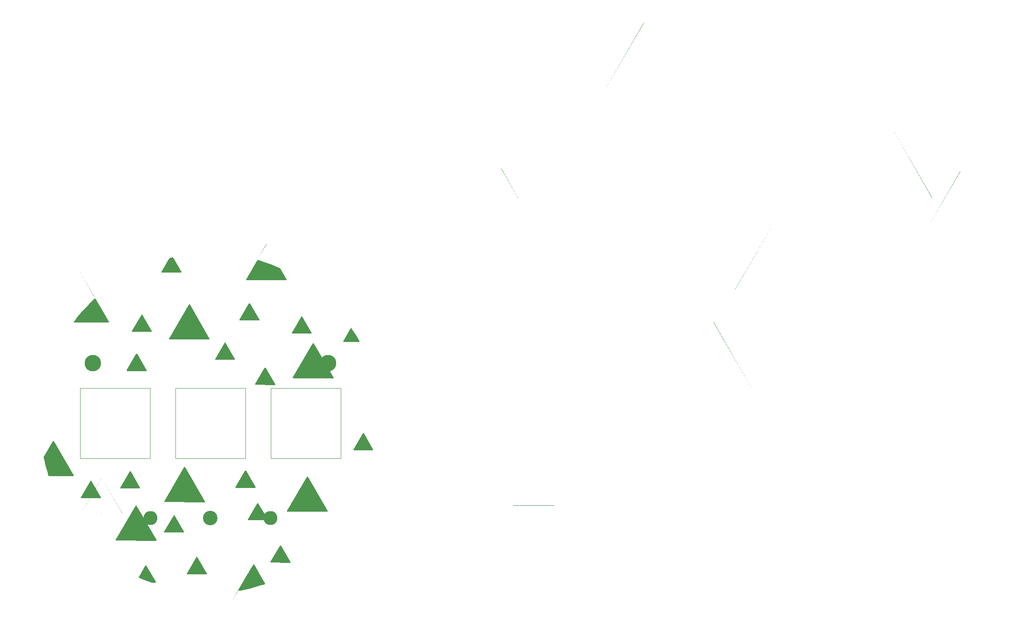
<source format=gbr>
%TF.GenerationSoftware,KiCad,Pcbnew,(7.0.0-0)*%
%TF.CreationDate,2023-04-23T04:49:58-05:00*%
%TF.ProjectId,RP2040_minimal,52503230-3430-45f6-9d69-6e696d616c2e,REV1*%
%TF.SameCoordinates,Original*%
%TF.FileFunction,Soldermask,Top*%
%TF.FilePolarity,Negative*%
%FSLAX46Y46*%
G04 Gerber Fmt 4.6, Leading zero omitted, Abs format (unit mm)*
G04 Created by KiCad (PCBNEW (7.0.0-0)) date 2023-04-23 04:49:58*
%MOMM*%
%LPD*%
G01*
G04 APERTURE LIST*
%TA.AperFunction,Profile*%
%ADD10C,0.120000*%
%TD*%
%ADD11C,2.802000*%
%ADD12C,2.902000*%
%ADD13C,3.302000*%
G04 APERTURE END LIST*
D10*
%TO.C,REF\u002A\u002A*%
X-26050000Y7000000D02*
X-12050000Y7000000D01*
X-12050000Y7000000D02*
X-12050000Y-7000000D01*
X-12050000Y-7000000D02*
X-26050000Y-7000000D01*
X-26050000Y-7000000D02*
X-26050000Y7000000D01*
X-7000000Y7000000D02*
X7000000Y7000000D01*
X7000000Y7000000D02*
X7000000Y-7000000D01*
X7000000Y-7000000D02*
X-7000000Y-7000000D01*
X-7000000Y-7000000D02*
X-7000000Y7000000D01*
X12050000Y7000000D02*
X26050000Y7000000D01*
X26050000Y7000000D02*
X26050000Y-7000000D01*
X26050000Y-7000000D02*
X12050000Y-7000000D01*
X12050000Y-7000000D02*
X12050000Y7000000D01*
%TD*%
D11*
%TO.C,REF\u002A\u002A*%
X-12000000Y-19000000D03*
%TD*%
%TO.C,REF\u002A\u002A*%
X12000000Y-19000000D03*
%TD*%
D12*
%TO.C,REF\u002A\u002A*%
X0Y-19000000D03*
%TD*%
D13*
%TO.C,H2*%
X23500000Y12000000D03*
%TD*%
%TO.C,H1*%
X-23500000Y12000000D03*
%TD*%
G36*
X-2623567Y-26780618D02*
G01*
X-2578279Y-26826103D01*
X-726984Y-30048767D01*
X-710505Y-30110803D01*
X-727253Y-30172767D01*
X-772738Y-30218055D01*
X-834774Y-30234534D01*
X-4551330Y-30226470D01*
X-4613294Y-30209722D01*
X-4658582Y-30164237D01*
X-4675061Y-30102201D01*
X-4658313Y-30040237D01*
X-2793052Y-26825637D01*
X-2747567Y-26780349D01*
X-2685531Y-26763870D01*
X-2623567Y-26780618D01*
G37*
G36*
X7886695Y23984254D02*
G01*
X7931983Y23938769D01*
X9783278Y20716105D01*
X9799757Y20654069D01*
X9783009Y20592105D01*
X9737524Y20546817D01*
X9675488Y20530338D01*
X5958932Y20538402D01*
X5896968Y20555150D01*
X5851680Y20600635D01*
X5835201Y20662671D01*
X5851949Y20724635D01*
X7717210Y23939235D01*
X7762695Y23984523D01*
X7824731Y24001002D01*
X7886695Y23984254D01*
G37*
G36*
X7096665Y-9471012D02*
G01*
X7141953Y-9516497D01*
X8993248Y-12739161D01*
X9009727Y-12801197D01*
X8992979Y-12863161D01*
X8947494Y-12908449D01*
X8885458Y-12924928D01*
X5168902Y-12916864D01*
X5106938Y-12900116D01*
X5061650Y-12854631D01*
X5045171Y-12792595D01*
X5061919Y-12730631D01*
X6927180Y-9516031D01*
X6972665Y-9470743D01*
X7034701Y-9454264D01*
X7096665Y-9471012D01*
G37*
G36*
X-14628567Y13879382D02*
G01*
X-14583279Y13833897D01*
X-12731984Y10611233D01*
X-12715505Y10549197D01*
X-12732253Y10487233D01*
X-12777738Y10441945D01*
X-12839774Y10425466D01*
X-16556330Y10433530D01*
X-16618294Y10450278D01*
X-16663582Y10495763D01*
X-16680061Y10557799D01*
X-16663313Y10619763D01*
X-14798052Y13834363D01*
X-14752567Y13879651D01*
X-14690531Y13896130D01*
X-14628567Y13879382D01*
G37*
G36*
X9531695Y-15980746D02*
G01*
X9576983Y-16026231D01*
X11428278Y-19248895D01*
X11444757Y-19310931D01*
X11428009Y-19372895D01*
X11382524Y-19418183D01*
X11320488Y-19434662D01*
X7603932Y-19426598D01*
X7541968Y-19409850D01*
X7496680Y-19364365D01*
X7480201Y-19302329D01*
X7496949Y-19240365D01*
X9362210Y-16025765D01*
X9407695Y-15980477D01*
X9469731Y-15963998D01*
X9531695Y-15980746D01*
G37*
G36*
X28192490Y18970511D02*
G01*
X28239034Y18929847D01*
X28369700Y18739201D01*
X28372046Y18735648D01*
X28996243Y17754306D01*
X28998466Y17750675D01*
X29588609Y16748483D01*
X29590706Y16744778D01*
X29761701Y16430166D01*
X29776729Y16368490D01*
X29759264Y16307459D01*
X29713885Y16263068D01*
X29652484Y16246952D01*
X26696092Y16253366D01*
X26634128Y16270114D01*
X26588840Y16315599D01*
X26572361Y16377635D01*
X26589109Y16439599D01*
X28029500Y18921977D01*
X28072863Y18966018D01*
X28132098Y18983657D01*
X28192490Y18970511D01*
G37*
G36*
X10992536Y11104382D02*
G01*
X11037824Y11058897D01*
X12889119Y7836233D01*
X12905598Y7774197D01*
X12888850Y7712233D01*
X12843365Y7666945D01*
X12781329Y7650466D01*
X9064773Y7658530D01*
X9002809Y7675278D01*
X8957521Y7720763D01*
X8941042Y7782799D01*
X8957790Y7844763D01*
X10823051Y11059363D01*
X10868536Y11104651D01*
X10930572Y11121130D01*
X10992536Y11104382D01*
G37*
G36*
X-23803567Y-11545618D02*
G01*
X-23758279Y-11591103D01*
X-21906984Y-14813767D01*
X-21890505Y-14875803D01*
X-21907253Y-14937767D01*
X-21952738Y-14983055D01*
X-22014774Y-14999534D01*
X-25731330Y-14991470D01*
X-25793294Y-14974722D01*
X-25838582Y-14929237D01*
X-25855061Y-14867201D01*
X-25838313Y-14805237D01*
X-23973052Y-11590637D01*
X-23927567Y-11545349D01*
X-23865531Y-11528870D01*
X-23803567Y-11545618D01*
G37*
G36*
X-31268830Y-3550492D02*
G01*
X-31223542Y-3595977D01*
X-27306984Y-10413767D01*
X-27290505Y-10475803D01*
X-27307253Y-10537767D01*
X-27352738Y-10583055D01*
X-27414774Y-10599534D01*
X-32214475Y-10589120D01*
X-32264999Y-10578240D01*
X-32306700Y-10547708D01*
X-32332333Y-10502830D01*
X-32561679Y-9784403D01*
X-32562904Y-9780326D01*
X-32878368Y-8660860D01*
X-32879452Y-8656743D01*
X-33156295Y-7527125D01*
X-33157237Y-7522974D01*
X-33295791Y-6859947D01*
X-33296832Y-6814841D01*
X-33281665Y-6772349D01*
X-31438315Y-3595511D01*
X-31392830Y-3550223D01*
X-31330794Y-3533744D01*
X-31268830Y-3550492D01*
G37*
G36*
X18321433Y21404382D02*
G01*
X18366721Y21358897D01*
X20218016Y18136233D01*
X20234495Y18074197D01*
X20217747Y18012233D01*
X20172262Y17966945D01*
X20110226Y17950466D01*
X16393670Y17958530D01*
X16331706Y17975278D01*
X16286418Y18020763D01*
X16269939Y18082799D01*
X16286687Y18144763D01*
X18151948Y21359363D01*
X18197433Y21404651D01*
X18259469Y21421130D01*
X18321433Y21404382D01*
G37*
G36*
X-15943567Y-9615618D02*
G01*
X-15898279Y-9661103D01*
X-14046984Y-12883767D01*
X-14030505Y-12945803D01*
X-14047253Y-13007767D01*
X-14092738Y-13053055D01*
X-14154774Y-13069534D01*
X-17871330Y-13061470D01*
X-17933294Y-13044722D01*
X-17978582Y-12999237D01*
X-17995061Y-12937201D01*
X-17978313Y-12875237D01*
X-16113052Y-9660637D01*
X-16067567Y-9615349D01*
X-16005531Y-9598870D01*
X-15943567Y-9615618D01*
G37*
G36*
X19456363Y-10689204D02*
G01*
X19501651Y-10734689D01*
X23418208Y-17552479D01*
X23434687Y-17614515D01*
X23417939Y-17676479D01*
X23372454Y-17721767D01*
X23310418Y-17738246D01*
X15447759Y-17721187D01*
X15385795Y-17704439D01*
X15340507Y-17658954D01*
X15324028Y-17596918D01*
X15340776Y-17534954D01*
X19286878Y-10734223D01*
X19332363Y-10688935D01*
X19394399Y-10672456D01*
X19456363Y-10689204D01*
G37*
G36*
X-13587232Y21728704D02*
G01*
X-13541944Y21683219D01*
X-11690649Y18460555D01*
X-11674170Y18398519D01*
X-11690918Y18336555D01*
X-11736403Y18291267D01*
X-11798439Y18274788D01*
X-15514995Y18282852D01*
X-15576959Y18299600D01*
X-15622247Y18345085D01*
X-15638726Y18407121D01*
X-15621978Y18469085D01*
X-13756717Y21683685D01*
X-13711232Y21728973D01*
X-13649196Y21745452D01*
X-13587232Y21728704D01*
G37*
G36*
X30626433Y-1985618D02*
G01*
X30671721Y-2031103D01*
X32523016Y-5253767D01*
X32539495Y-5315803D01*
X32522747Y-5377767D01*
X32477262Y-5423055D01*
X32415226Y-5439534D01*
X28698670Y-5431470D01*
X28636706Y-5414722D01*
X28591418Y-5369237D01*
X28574939Y-5307201D01*
X28591687Y-5245237D01*
X30456948Y-2030637D01*
X30502433Y-1985349D01*
X30564469Y-1968870D01*
X30626433Y-1985618D01*
G37*
G36*
X-4113305Y23784254D02*
G01*
X-4068017Y23738769D01*
X-151460Y16920979D01*
X-134981Y16858943D01*
X-151729Y16796979D01*
X-197214Y16751691D01*
X-259250Y16735212D01*
X-8121909Y16752271D01*
X-8183873Y16769019D01*
X-8229161Y16814504D01*
X-8245640Y16876540D01*
X-8228892Y16938504D01*
X-4282790Y23739235D01*
X-4237305Y23784523D01*
X-4175269Y23801002D01*
X-4113305Y23784254D01*
G37*
G36*
X-5068829Y-8750492D02*
G01*
X-5023541Y-8795977D01*
X-1106984Y-15613767D01*
X-1090505Y-15675803D01*
X-1107253Y-15737767D01*
X-1152738Y-15783055D01*
X-1214774Y-15799534D01*
X-9077433Y-15782475D01*
X-9139397Y-15765727D01*
X-9184685Y-15720242D01*
X-9201164Y-15658206D01*
X-9184416Y-15596242D01*
X-5238314Y-8795511D01*
X-5192829Y-8750223D01*
X-5130793Y-8733744D01*
X-5068829Y-8750492D01*
G37*
G36*
X-12818306Y-28440746D02*
G01*
X-12773018Y-28486231D01*
X-10921722Y-31708894D01*
X-10905243Y-31770930D01*
X-10921991Y-31832894D01*
X-10967476Y-31878182D01*
X-11029512Y-31894661D01*
X-11756792Y-31893083D01*
X-11801258Y-31884732D01*
X-12806773Y-31495778D01*
X-12810717Y-31494174D01*
X-13880387Y-31037596D01*
X-13884274Y-31035858D01*
X-14220262Y-30878598D01*
X-14271411Y-30834256D01*
X-14291650Y-30769659D01*
X-14274948Y-30704058D01*
X-12987791Y-28485765D01*
X-12942306Y-28440477D01*
X-12880270Y-28423998D01*
X-12818306Y-28440746D01*
G37*
G36*
X8712578Y-28298534D02*
G01*
X8757866Y-28344019D01*
X10886286Y-32049089D01*
X10902390Y-32101222D01*
X10894557Y-32155220D01*
X10864304Y-32200629D01*
X10817488Y-32228655D01*
X10063531Y-32476496D01*
X10059464Y-32477756D01*
X8942748Y-32802817D01*
X8938641Y-32803936D01*
X7811447Y-33090464D01*
X7807303Y-33091442D01*
X6670928Y-33339109D01*
X6666754Y-33339944D01*
X5787342Y-33500202D01*
X5718088Y-33492949D01*
X5663663Y-33449515D01*
X5641228Y-33383595D01*
X5657859Y-33315978D01*
X8543093Y-28343553D01*
X8588578Y-28298265D01*
X8650614Y-28281786D01*
X8712578Y-28298534D01*
G37*
G36*
X9494425Y32642233D02*
G01*
X10059464Y32477757D01*
X10063531Y32476497D01*
X11168425Y32113297D01*
X11172446Y32111898D01*
X12264216Y31710984D01*
X12268186Y31709448D01*
X13345530Y31271303D01*
X13349446Y31269632D01*
X13903211Y31021939D01*
X13935732Y31000735D01*
X13960102Y30970513D01*
X15225222Y28768243D01*
X15241701Y28706207D01*
X15224953Y28644243D01*
X15179468Y28598955D01*
X15117432Y28582476D01*
X7254773Y28599535D01*
X7192809Y28616283D01*
X7147521Y28661768D01*
X7131042Y28723804D01*
X7147790Y28785768D01*
X9352517Y32585407D01*
X9389522Y32625357D01*
X9440074Y32645600D01*
X9494425Y32642233D01*
G37*
G36*
X20623377Y16031518D02*
G01*
X20668665Y15986033D01*
X24585222Y9168243D01*
X24601701Y9106207D01*
X24584953Y9044243D01*
X24539468Y8998955D01*
X24477432Y8982476D01*
X16614773Y8999535D01*
X16552809Y9016283D01*
X16507521Y9061768D01*
X16491042Y9123804D01*
X16507790Y9185768D01*
X20453892Y15986499D01*
X20499377Y16031787D01*
X20561413Y16048266D01*
X20623377Y16031518D01*
G37*
G36*
X-14768113Y-16460293D02*
G01*
X-14722825Y-16505778D01*
X-10806268Y-23323568D01*
X-10789789Y-23385604D01*
X-10806537Y-23447568D01*
X-10852022Y-23492856D01*
X-10914058Y-23509335D01*
X-18776717Y-23492276D01*
X-18838681Y-23475528D01*
X-18883969Y-23430043D01*
X-18900448Y-23368007D01*
X-18883700Y-23306043D01*
X-14937598Y-16505312D01*
X-14892113Y-16460024D01*
X-14830077Y-16443545D01*
X-14768113Y-16460293D01*
G37*
G36*
X-7152883Y-18407939D02*
G01*
X-7107595Y-18453424D01*
X-5256300Y-21676088D01*
X-5239821Y-21738124D01*
X-5256569Y-21800088D01*
X-5302054Y-21845376D01*
X-5364090Y-21861855D01*
X-9080646Y-21853791D01*
X-9142610Y-21837043D01*
X-9187898Y-21791558D01*
X-9204377Y-21729522D01*
X-9187629Y-21667558D01*
X-7322368Y-18452958D01*
X-7276883Y-18407670D01*
X-7214847Y-18391191D01*
X-7152883Y-18407939D01*
G37*
G36*
X-7416577Y33134831D02*
G01*
X-7381339Y33095845D01*
X-5790881Y30327238D01*
X-5774402Y30265202D01*
X-5791150Y30203238D01*
X-5836635Y30157950D01*
X-5898671Y30141471D01*
X-9615227Y30149535D01*
X-9677191Y30166283D01*
X-9722479Y30211768D01*
X-9738958Y30273804D01*
X-9722210Y30335768D01*
X-8203602Y32952946D01*
X-8170242Y32990292D01*
X-8124831Y33011398D01*
X-7517341Y33154763D01*
X-7464798Y33155721D01*
X-7416577Y33134831D01*
G37*
G36*
X14076433Y-24455618D02*
G01*
X14121721Y-24501103D01*
X15973016Y-27723767D01*
X15989495Y-27785803D01*
X15972747Y-27847767D01*
X15927262Y-27893055D01*
X15865226Y-27909534D01*
X12148670Y-27901470D01*
X12086706Y-27884722D01*
X12041418Y-27839237D01*
X12024939Y-27777201D01*
X12041687Y-27715237D01*
X13906948Y-24500637D01*
X13952433Y-24455349D01*
X14014469Y-24438870D01*
X14076433Y-24455618D01*
G37*
G36*
X2992174Y16132508D02*
G01*
X3037462Y16087023D01*
X4888757Y12864359D01*
X4905236Y12802323D01*
X4888488Y12740359D01*
X4843003Y12695071D01*
X4780967Y12678592D01*
X1064411Y12686656D01*
X1002447Y12703404D01*
X957159Y12748889D01*
X940680Y12810925D01*
X957428Y12872889D01*
X2822689Y16087489D01*
X2868174Y16132777D01*
X2930210Y16149256D01*
X2992174Y16132508D01*
G37*
G36*
X-22978498Y24921897D02*
G01*
X-22941027Y24881346D01*
X-20321198Y20320851D01*
X-20304719Y20258815D01*
X-20321467Y20196851D01*
X-20366952Y20151563D01*
X-20428988Y20135084D01*
X-27136131Y20149637D01*
X-27201457Y20168407D01*
X-27247075Y20218795D01*
X-27259278Y20285660D01*
X-27234400Y20348912D01*
X-26661365Y21099032D01*
X-26658723Y21102370D01*
X-25921368Y22001825D01*
X-25918612Y22005071D01*
X-25150825Y22878670D01*
X-25147960Y22881819D01*
X-24350641Y23728544D01*
X-24347670Y23731593D01*
X-23521741Y24550463D01*
X-23518667Y24553408D01*
X-23132778Y24910581D01*
X-23084924Y24938123D01*
X-23029859Y24942162D01*
X-22978498Y24921897D01*
G37*
G36*
X8651616Y-28153805D02*
G01*
X8652899Y-28154276D01*
X8660460Y-28160648D01*
X8660905Y-28161181D01*
X10840261Y-31954918D01*
X12783524Y-35337675D01*
X12783760Y-35338328D01*
X12785456Y-35348069D01*
X12785216Y-35349416D01*
X12784490Y-35350667D01*
X12783440Y-35351544D01*
X12774143Y-35354905D01*
X12773459Y-35355024D01*
X4497120Y-35337069D01*
X4496436Y-35336947D01*
X4487151Y-35333544D01*
X4486105Y-35332663D01*
X4485385Y-35331411D01*
X4485150Y-35330062D01*
X4485508Y-35328059D01*
X4492669Y-35328059D01*
X12777947Y-35346034D01*
X10831026Y-31956910D01*
X8650874Y-28161787D01*
X5524745Y-33549373D01*
X5524745Y-33549374D01*
X4492669Y-35328059D01*
X4485508Y-35328059D01*
X4486889Y-35320328D01*
X4487128Y-35319676D01*
X5516958Y-33544861D01*
X5516959Y-33544858D01*
X8640845Y-28161137D01*
X8641293Y-28160606D01*
X8648882Y-28154266D01*
X8650170Y-28153801D01*
X8651616Y-28153805D01*
G37*
G36*
X-12879267Y-28296017D02*
G01*
X-12877984Y-28296488D01*
X-12870423Y-28302860D01*
X-12869978Y-28303393D01*
X-10812621Y-31884761D01*
X-10812385Y-31885414D01*
X-10810689Y-31895155D01*
X-10810929Y-31896502D01*
X-10811655Y-31897753D01*
X-10812705Y-31898630D01*
X-10822002Y-31901991D01*
X-10822686Y-31902110D01*
X-11775675Y-31900042D01*
X-11776040Y-31900008D01*
X-11785831Y-31898170D01*
X-11786184Y-31898069D01*
X-12810955Y-31501666D01*
X-12810986Y-31501654D01*
X-12811822Y-31501314D01*
X-12811854Y-31501300D01*
X-13884725Y-31043355D01*
X-13884756Y-31043342D01*
X-13885593Y-31042968D01*
X-13885625Y-31042953D01*
X-14340212Y-30830182D01*
X-14340674Y-30829882D01*
X-14346920Y-30824468D01*
X-14347519Y-30823555D01*
X-14348045Y-30821876D01*
X-14348074Y-30820785D01*
X-14347952Y-30820305D01*
X-14340087Y-30820305D01*
X-13881527Y-31034935D01*
X-12808004Y-31493158D01*
X-11779424Y-31891034D01*
X-10818198Y-31893120D01*
X-12880009Y-28303999D01*
X-14340087Y-30820305D01*
X-14347952Y-30820305D01*
X-14346034Y-30812772D01*
X-14345826Y-30812261D01*
X-12890038Y-28303349D01*
X-12889590Y-28302818D01*
X-12882001Y-28296478D01*
X-12880713Y-28296013D01*
X-12879267Y-28296017D01*
G37*
G36*
X-2684529Y-26635889D02*
G01*
X-2683246Y-26636360D01*
X-2675685Y-26642732D01*
X-2675240Y-26643265D01*
X-617883Y-30224633D01*
X-617647Y-30225286D01*
X-615951Y-30235027D01*
X-616191Y-30236374D01*
X-616917Y-30237625D01*
X-617967Y-30238502D01*
X-627264Y-30241863D01*
X-627948Y-30241982D01*
X-4758184Y-30233022D01*
X-4758868Y-30232900D01*
X-4768153Y-30229497D01*
X-4769199Y-30228616D01*
X-4769919Y-30227364D01*
X-4770154Y-30226015D01*
X-4769796Y-30224012D01*
X-4762635Y-30224012D01*
X-623460Y-30232992D01*
X-2685271Y-26643871D01*
X-4762635Y-30224012D01*
X-4769796Y-30224012D01*
X-4768415Y-30216281D01*
X-4768176Y-30215629D01*
X-2695300Y-26643221D01*
X-2694852Y-26642690D01*
X-2687263Y-26636350D01*
X-2685975Y-26635885D01*
X-2684529Y-26635889D01*
G37*
G36*
X14015471Y-24310889D02*
G01*
X14016754Y-24311360D01*
X14024315Y-24317732D01*
X14024760Y-24318265D01*
X16082117Y-27899633D01*
X16082353Y-27900286D01*
X16084049Y-27910027D01*
X16083809Y-27911374D01*
X16083083Y-27912625D01*
X16082033Y-27913502D01*
X16072736Y-27916863D01*
X16072052Y-27916982D01*
X11941816Y-27908022D01*
X11941132Y-27907900D01*
X11931847Y-27904497D01*
X11930801Y-27903616D01*
X11930081Y-27902364D01*
X11929846Y-27901015D01*
X11930204Y-27899012D01*
X11937365Y-27899012D01*
X16076540Y-27907992D01*
X14014729Y-24318871D01*
X11937365Y-27899012D01*
X11930204Y-27899012D01*
X11931585Y-27891281D01*
X11931824Y-27890629D01*
X14004700Y-24318221D01*
X14005148Y-24317690D01*
X14012737Y-24311350D01*
X14014025Y-24310885D01*
X14015471Y-24310889D01*
G37*
G36*
X-14829075Y-16315564D02*
G01*
X-14827792Y-16316035D01*
X-14820231Y-16322407D01*
X-14819786Y-16322940D01*
X-13446205Y-18714016D01*
X-13427678Y-18731374D01*
X-13402923Y-18735364D01*
X-13380165Y-18724839D01*
X-13367131Y-18703316D01*
X-13365576Y-18702358D01*
X-13363891Y-18703063D01*
X-13363481Y-18704843D01*
X-13379913Y-18769735D01*
X-13385014Y-18831284D01*
X-13385809Y-18832720D01*
X-13387411Y-18833078D01*
X-13388741Y-18832115D01*
X-14829817Y-16323546D01*
X-18988022Y-23489818D01*
X-10702744Y-23507793D01*
X-12552281Y-20288192D01*
X-12552466Y-20286631D01*
X-12551465Y-20285419D01*
X-12549898Y-20285304D01*
X-12430046Y-20326449D01*
X-12428781Y-20327762D01*
X-12429106Y-20329555D01*
X-12430751Y-20330340D01*
X-12456442Y-20329625D01*
X-12477879Y-20343605D01*
X-12487542Y-20367304D01*
X-12481924Y-20392600D01*
X-10697167Y-23499434D01*
X-10696931Y-23500087D01*
X-10695235Y-23509828D01*
X-10695475Y-23511175D01*
X-10696201Y-23512426D01*
X-10697251Y-23513303D01*
X-10706548Y-23516664D01*
X-10707232Y-23516783D01*
X-18983571Y-23498828D01*
X-18984255Y-23498706D01*
X-18993540Y-23495303D01*
X-18994586Y-23494422D01*
X-18995306Y-23493170D01*
X-18995541Y-23491821D01*
X-18993802Y-23482087D01*
X-18993563Y-23481435D01*
X-14839846Y-16322896D01*
X-14839398Y-16322365D01*
X-14831809Y-16316025D01*
X-14830521Y-16315560D01*
X-14829075Y-16315564D01*
G37*
G36*
X-7213845Y-18263210D02*
G01*
X-7212562Y-18263681D01*
X-7205001Y-18270053D01*
X-7204556Y-18270586D01*
X-5147199Y-21851954D01*
X-5146963Y-21852607D01*
X-5145267Y-21862348D01*
X-5145507Y-21863695D01*
X-5146233Y-21864946D01*
X-5147283Y-21865823D01*
X-5156580Y-21869184D01*
X-5157264Y-21869303D01*
X-9287500Y-21860343D01*
X-9288184Y-21860221D01*
X-9297469Y-21856818D01*
X-9298515Y-21855937D01*
X-9299235Y-21854685D01*
X-9299470Y-21853336D01*
X-9299112Y-21851333D01*
X-9291951Y-21851333D01*
X-5152776Y-21860313D01*
X-7214587Y-18271192D01*
X-9291951Y-21851333D01*
X-9299112Y-21851333D01*
X-9297731Y-21843602D01*
X-9297492Y-21842950D01*
X-7224616Y-18270542D01*
X-7224168Y-18270011D01*
X-7216579Y-18263671D01*
X-7215291Y-18263206D01*
X-7213845Y-18263210D01*
G37*
G36*
X9470733Y-15836017D02*
G01*
X9472016Y-15836488D01*
X9479577Y-15842860D01*
X9480022Y-15843393D01*
X10807530Y-18154269D01*
X10829526Y-18173142D01*
X10858131Y-18173961D01*
X10881080Y-18156450D01*
X10882849Y-18156119D01*
X10884168Y-18157345D01*
X10883967Y-18159134D01*
X10841041Y-18224836D01*
X10839310Y-18225741D01*
X10837633Y-18224738D01*
X9469991Y-15843999D01*
X7392627Y-19424140D01*
X10669430Y-19431249D01*
X10670656Y-19431672D01*
X10671365Y-19432758D01*
X10676808Y-19454251D01*
X10681036Y-19463891D01*
X10680922Y-19465718D01*
X10679368Y-19466687D01*
X10677677Y-19465986D01*
X10661852Y-19447281D01*
X10638145Y-19440181D01*
X7397078Y-19433150D01*
X7396394Y-19433028D01*
X7387109Y-19429625D01*
X7386063Y-19428744D01*
X7385343Y-19427492D01*
X7385108Y-19426143D01*
X7386847Y-19416409D01*
X7387086Y-19415757D01*
X9459962Y-15843349D01*
X9460410Y-15842818D01*
X9467999Y-15836478D01*
X9469287Y-15836013D01*
X9470733Y-15836017D01*
G37*
G36*
X-21714525Y-10975861D02*
G01*
X-21713245Y-10976328D01*
X-21705689Y-10982655D01*
X-21705244Y-10983183D01*
X-17582682Y-18079732D01*
X-17582442Y-18080386D01*
X-17580703Y-18090137D01*
X-17580940Y-18091488D01*
X-17581659Y-18092734D01*
X-17582710Y-18093614D01*
X-17592021Y-18096988D01*
X-17592706Y-18097108D01*
X-25869006Y-18079153D01*
X-25869692Y-18079030D01*
X-25878990Y-18075614D01*
X-25880037Y-18074729D01*
X-25880749Y-18073482D01*
X-25880979Y-18072130D01*
X-25879198Y-18062386D01*
X-25878956Y-18061734D01*
X-24121641Y-15066948D01*
X-24116290Y-15037668D01*
X-24130869Y-15012146D01*
X-24158808Y-15001882D01*
X-25938184Y-14998022D01*
X-25938868Y-14997900D01*
X-25948153Y-14994497D01*
X-25949199Y-14993616D01*
X-25949919Y-14992364D01*
X-25950154Y-14991015D01*
X-25949796Y-14989012D01*
X-25942635Y-14989012D01*
X-24071345Y-14993072D01*
X-24070058Y-14993545D01*
X-24069378Y-14994735D01*
X-24069624Y-14996084D01*
X-25873457Y-18070143D01*
X-17588218Y-18088118D01*
X-21715271Y-10983838D01*
X-22923321Y-13042575D01*
X-22925055Y-13043563D01*
X-22926780Y-13042559D01*
X-23865271Y-11408871D01*
X-25942635Y-14989012D01*
X-25949796Y-14989012D01*
X-25948415Y-14981281D01*
X-25948176Y-14980629D01*
X-23875300Y-11408221D01*
X-23874852Y-11407690D01*
X-23867263Y-11401350D01*
X-23865975Y-11400885D01*
X-23864529Y-11400889D01*
X-23863246Y-11401360D01*
X-23855685Y-11407732D01*
X-23855240Y-11408265D01*
X-22962048Y-12963100D01*
X-22939404Y-12982216D01*
X-22910143Y-12982351D01*
X-22887323Y-12963445D01*
X-21725296Y-10983139D01*
X-21724848Y-10982612D01*
X-21717264Y-10976319D01*
X-21715983Y-10975858D01*
X-21714525Y-10975861D01*
G37*
G36*
X19395401Y-10544475D02*
G01*
X19396684Y-10544946D01*
X19404245Y-10551318D01*
X19404690Y-10551851D01*
X23527309Y-17728345D01*
X23527545Y-17728998D01*
X23529241Y-17738739D01*
X23529001Y-17740086D01*
X23528275Y-17741337D01*
X23527225Y-17742214D01*
X23517928Y-17745575D01*
X23517244Y-17745694D01*
X15240905Y-17727739D01*
X15240221Y-17727617D01*
X15230936Y-17724214D01*
X15229890Y-17723333D01*
X15229170Y-17722081D01*
X15228935Y-17720732D01*
X15229293Y-17718729D01*
X15236454Y-17718729D01*
X23521732Y-17736704D01*
X19394659Y-10552457D01*
X15236454Y-17718729D01*
X15229293Y-17718729D01*
X15230674Y-17710998D01*
X15230913Y-17710346D01*
X19384630Y-10551807D01*
X19385078Y-10551276D01*
X19392667Y-10544936D01*
X19393955Y-10544471D01*
X19395401Y-10544475D01*
G37*
G36*
X68830939Y-2130012D02*
G01*
X68832222Y-2130483D01*
X68839783Y-2136855D01*
X68840228Y-2137388D01*
X77093370Y-16504136D01*
X77093606Y-16504789D01*
X77095302Y-16514530D01*
X77095062Y-16515877D01*
X77094336Y-16517128D01*
X77093286Y-16518005D01*
X77083989Y-16521366D01*
X77083305Y-16521485D01*
X60514761Y-16485540D01*
X60514077Y-16485418D01*
X60504792Y-16482015D01*
X60503746Y-16481134D01*
X60503026Y-16479882D01*
X60502791Y-16478533D01*
X60503149Y-16476530D01*
X60510310Y-16476530D01*
X77087793Y-16512495D01*
X68830197Y-2137994D01*
X60510310Y-16476530D01*
X60503149Y-16476530D01*
X60504530Y-16468799D01*
X60504769Y-16468147D01*
X68820168Y-2137344D01*
X68820616Y-2136813D01*
X68828205Y-2130473D01*
X68829493Y-2130008D01*
X68830939Y-2130012D01*
G37*
G36*
X-5129791Y-8605763D02*
G01*
X-5128508Y-8606234D01*
X-5120947Y-8612606D01*
X-5120502Y-8613139D01*
X-997883Y-15789633D01*
X-997647Y-15790286D01*
X-995951Y-15800027D01*
X-996191Y-15801374D01*
X-996917Y-15802625D01*
X-997967Y-15803502D01*
X-1007264Y-15806863D01*
X-1007948Y-15806982D01*
X-9284287Y-15789027D01*
X-9284971Y-15788905D01*
X-9294256Y-15785502D01*
X-9295302Y-15784621D01*
X-9296022Y-15783369D01*
X-9296257Y-15782020D01*
X-9295899Y-15780017D01*
X-9288738Y-15780017D01*
X-1003460Y-15797992D01*
X-5130533Y-8613745D01*
X-9288738Y-15780017D01*
X-9295899Y-15780017D01*
X-9294518Y-15772286D01*
X-9294279Y-15771634D01*
X-5140562Y-8613095D01*
X-5140114Y-8612564D01*
X-5132525Y-8606224D01*
X-5131237Y-8605759D01*
X-5129791Y-8605763D01*
G37*
G36*
X-16004529Y-9470889D02*
G01*
X-16003246Y-9471360D01*
X-15995685Y-9477732D01*
X-15995240Y-9478265D01*
X-13937883Y-13059633D01*
X-13937647Y-13060286D01*
X-13935951Y-13070027D01*
X-13936191Y-13071374D01*
X-13936917Y-13072625D01*
X-13937967Y-13073502D01*
X-13947264Y-13076863D01*
X-13947948Y-13076982D01*
X-18078184Y-13068022D01*
X-18078868Y-13067900D01*
X-18088153Y-13064497D01*
X-18089199Y-13063616D01*
X-18089919Y-13062364D01*
X-18090154Y-13061015D01*
X-18089796Y-13059012D01*
X-18082635Y-13059012D01*
X-13943460Y-13067992D01*
X-16005271Y-9478871D01*
X-18082635Y-13059012D01*
X-18089796Y-13059012D01*
X-18088415Y-13051281D01*
X-18088176Y-13050629D01*
X-16015300Y-9478221D01*
X-16014852Y-9477690D01*
X-16007263Y-9471350D01*
X-16005975Y-9470885D01*
X-16004529Y-9470889D01*
G37*
G36*
X7035703Y-9326283D02*
G01*
X7036986Y-9326754D01*
X7044547Y-9333126D01*
X7044992Y-9333659D01*
X9102349Y-12915027D01*
X9102585Y-12915680D01*
X9104281Y-12925421D01*
X9104041Y-12926768D01*
X9103315Y-12928019D01*
X9102265Y-12928896D01*
X9092968Y-12932257D01*
X9092284Y-12932376D01*
X4962048Y-12923416D01*
X4961364Y-12923294D01*
X4952079Y-12919891D01*
X4951033Y-12919010D01*
X4950313Y-12917758D01*
X4950078Y-12916409D01*
X4950436Y-12914406D01*
X4957597Y-12914406D01*
X9096772Y-12923386D01*
X7034961Y-9334265D01*
X4957597Y-12914406D01*
X4950436Y-12914406D01*
X4951817Y-12906675D01*
X4952056Y-12906023D01*
X7024932Y-9333615D01*
X7025380Y-9333084D01*
X7032969Y-9326744D01*
X7034257Y-9326279D01*
X7035703Y-9326283D01*
G37*
G36*
X-31329791Y-3405763D02*
G01*
X-31328508Y-3406234D01*
X-31320947Y-3412606D01*
X-31320502Y-3413139D01*
X-27197883Y-10589633D01*
X-27197647Y-10590286D01*
X-27195951Y-10600027D01*
X-27196191Y-10601374D01*
X-27196917Y-10602625D01*
X-27197967Y-10603502D01*
X-27207264Y-10606863D01*
X-27207948Y-10606982D01*
X-35484287Y-10589027D01*
X-35484971Y-10588905D01*
X-35494256Y-10585502D01*
X-35495302Y-10584621D01*
X-35496022Y-10583369D01*
X-35496257Y-10582020D01*
X-35495899Y-10580017D01*
X-35488738Y-10580017D01*
X-27203460Y-10597992D01*
X-31330533Y-3413745D01*
X-33303779Y-6814448D01*
X-35488738Y-10580017D01*
X-35495899Y-10580017D01*
X-35494518Y-10572286D01*
X-35494279Y-10571634D01*
X-33311565Y-6809932D01*
X-33311564Y-6809929D01*
X-31340562Y-3413095D01*
X-31340114Y-3412564D01*
X-31332525Y-3406224D01*
X-31331237Y-3405759D01*
X-31329791Y-3405763D01*
G37*
G36*
X30565471Y-1840889D02*
G01*
X30566754Y-1841360D01*
X30574315Y-1847732D01*
X30574760Y-1848265D01*
X32632117Y-5429633D01*
X32632353Y-5430286D01*
X32634049Y-5440027D01*
X32633809Y-5441374D01*
X32633083Y-5442625D01*
X32632033Y-5443502D01*
X32622736Y-5446863D01*
X32622052Y-5446982D01*
X28491816Y-5438022D01*
X28491132Y-5437900D01*
X28481847Y-5434497D01*
X28480801Y-5433616D01*
X28480081Y-5432364D01*
X28479846Y-5431015D01*
X28480204Y-5429012D01*
X28487365Y-5429012D01*
X32626540Y-5437992D01*
X30564729Y-1848871D01*
X28487365Y-5429012D01*
X28480204Y-5429012D01*
X28481585Y-5421281D01*
X28481824Y-5420629D01*
X30554700Y-1848221D01*
X30555148Y-1847690D01*
X30562737Y-1841350D01*
X30564025Y-1840885D01*
X30565471Y-1840889D01*
G37*
G36*
X74149409Y18846851D02*
G01*
X74150692Y18846380D01*
X74158253Y18840008D01*
X74158698Y18839475D01*
X82411840Y4472727D01*
X82412076Y4472074D01*
X82413772Y4462333D01*
X82413532Y4460986D01*
X82412806Y4459735D01*
X82411756Y4458858D01*
X82402459Y4455497D01*
X82401775Y4455378D01*
X65833231Y4491323D01*
X65832547Y4491445D01*
X65823262Y4494848D01*
X65822216Y4495729D01*
X65821496Y4496981D01*
X65821261Y4498330D01*
X65821619Y4500333D01*
X65828780Y4500333D01*
X82406263Y4464368D01*
X74148667Y18838869D01*
X65828780Y4500333D01*
X65821619Y4500333D01*
X65823000Y4508064D01*
X65823239Y4508716D01*
X74138638Y18839519D01*
X74139086Y18840050D01*
X74146675Y18846390D01*
X74147963Y18846855D01*
X74149409Y18846851D01*
G37*
G36*
X100513083Y20204072D02*
G01*
X100514366Y20203601D01*
X100521927Y20197229D01*
X100522372Y20196696D01*
X108775514Y5829948D01*
X108775750Y5829295D01*
X108777446Y5819554D01*
X108777206Y5818207D01*
X108776480Y5816956D01*
X108775430Y5816079D01*
X108766133Y5812718D01*
X108765449Y5812599D01*
X92196905Y5848544D01*
X92196221Y5848666D01*
X92186936Y5852069D01*
X92185890Y5852950D01*
X92185170Y5854202D01*
X92184935Y5855551D01*
X92185293Y5857554D01*
X92192454Y5857554D01*
X108769937Y5821589D01*
X100512341Y20196090D01*
X92192454Y5857554D01*
X92185293Y5857554D01*
X92186674Y5865285D01*
X92186913Y5865937D01*
X100502312Y20196740D01*
X100502760Y20197271D01*
X100510349Y20203611D01*
X100511637Y20204076D01*
X100513083Y20204072D01*
G37*
G36*
X10931574Y11249111D02*
G01*
X10932857Y11248640D01*
X10940418Y11242268D01*
X10940863Y11241735D01*
X12998220Y7660367D01*
X12998456Y7659714D01*
X13000152Y7649973D01*
X12999912Y7648626D01*
X12999186Y7647375D01*
X12998136Y7646498D01*
X12988839Y7643137D01*
X12988155Y7643018D01*
X8857919Y7651978D01*
X8857235Y7652100D01*
X8847950Y7655503D01*
X8846904Y7656384D01*
X8846184Y7657636D01*
X8845949Y7658985D01*
X8846307Y7660988D01*
X8853468Y7660988D01*
X12992643Y7652008D01*
X10930832Y11241129D01*
X8853468Y7660988D01*
X8846307Y7660988D01*
X8847688Y7668719D01*
X8847927Y7669371D01*
X10920803Y11241779D01*
X10921251Y11242310D01*
X10928840Y11248650D01*
X10930128Y11249115D01*
X10931574Y11249111D01*
G37*
G36*
X20562415Y16176247D02*
G01*
X20563698Y16175776D01*
X20571259Y16169404D01*
X20571704Y16168871D01*
X22282400Y13190959D01*
X22301165Y13173485D01*
X22326200Y13169683D01*
X22339993Y13176319D01*
X22341841Y13176260D01*
X22342851Y13174711D01*
X22342159Y13172996D01*
X22333985Y13166015D01*
X22307348Y13134826D01*
X22305642Y13134134D01*
X22304093Y13135129D01*
X20561673Y16168265D01*
X16403468Y9001993D01*
X24688746Y8984018D01*
X23876910Y10397230D01*
X23876807Y10399017D01*
X23878177Y10400171D01*
X23939963Y10415004D01*
X23941851Y10414466D01*
X23942370Y10412573D01*
X23941020Y10411148D01*
X23940283Y10410921D01*
X23919143Y10396520D01*
X23909887Y10373012D01*
X23915534Y10348062D01*
X24694323Y8992377D01*
X24694559Y8991724D01*
X24696255Y8981983D01*
X24696015Y8980636D01*
X24695289Y8979385D01*
X24694239Y8978508D01*
X24684942Y8975147D01*
X24684258Y8975028D01*
X16407919Y8992983D01*
X16407235Y8993105D01*
X16397950Y8996508D01*
X16396904Y8997389D01*
X16396184Y8998641D01*
X16395949Y8999990D01*
X16397688Y9009724D01*
X16397927Y9010376D01*
X20551644Y16168915D01*
X20552092Y16169446D01*
X20559681Y16175786D01*
X20560969Y16176251D01*
X20562415Y16176247D01*
G37*
G36*
X-14689529Y14024111D02*
G01*
X-14688246Y14023640D01*
X-14680685Y14017268D01*
X-14680240Y14016735D01*
X-12622883Y10435367D01*
X-12622647Y10434714D01*
X-12620951Y10424973D01*
X-12621191Y10423626D01*
X-12621917Y10422375D01*
X-12622967Y10421498D01*
X-12632264Y10418137D01*
X-12632948Y10418018D01*
X-16763184Y10426978D01*
X-16763868Y10427100D01*
X-16773153Y10430503D01*
X-16774199Y10431384D01*
X-16774919Y10432636D01*
X-16775154Y10433985D01*
X-16774796Y10435988D01*
X-16767635Y10435988D01*
X-12628460Y10427008D01*
X-14690271Y14016129D01*
X-16767635Y10435988D01*
X-16774796Y10435988D01*
X-16773415Y10443719D01*
X-16773176Y10444371D01*
X-14700300Y14016779D01*
X-14699852Y14017310D01*
X-14692263Y14023650D01*
X-14690975Y14024115D01*
X-14689529Y14024111D01*
G37*
G36*
X2931212Y16277237D02*
G01*
X2932495Y16276766D01*
X2940056Y16270394D01*
X2940501Y16269861D01*
X4997858Y12688493D01*
X4998094Y12687840D01*
X4999790Y12678099D01*
X4999550Y12676752D01*
X4998824Y12675501D01*
X4997774Y12674624D01*
X4988477Y12671263D01*
X4987793Y12671144D01*
X857557Y12680104D01*
X856873Y12680226D01*
X847588Y12683629D01*
X846542Y12684510D01*
X845822Y12685762D01*
X845587Y12687111D01*
X845945Y12689114D01*
X853106Y12689114D01*
X4992281Y12680134D01*
X2930470Y16269255D01*
X853106Y12689114D01*
X845945Y12689114D01*
X847326Y12696845D01*
X847565Y12697497D01*
X2920441Y16269905D01*
X2920889Y16270436D01*
X2928478Y16276776D01*
X2929766Y16277241D01*
X2931212Y16277237D01*
G37*
G36*
X28129909Y19095641D02*
G01*
X28137657Y19089943D01*
X28138122Y19089463D01*
X28376464Y18741714D01*
X28376484Y18741684D01*
X28376982Y18740929D01*
X28377000Y18740901D01*
X29003096Y17756575D01*
X29003114Y17756546D01*
X29003581Y17755783D01*
X29003598Y17755754D01*
X29595539Y16750508D01*
X29595556Y16750478D01*
X29596005Y16749685D01*
X29596022Y16749655D01*
X29863933Y16256730D01*
X29864153Y16256079D01*
X29865645Y16246385D01*
X29865386Y16245057D01*
X29864631Y16243790D01*
X29863585Y16242930D01*
X29854346Y16239632D01*
X29853670Y16239516D01*
X26489238Y16246814D01*
X26488554Y16246936D01*
X26479269Y16250339D01*
X26478223Y16251220D01*
X26477503Y16252472D01*
X26477268Y16253821D01*
X26477626Y16255824D01*
X26484787Y16255824D01*
X29858160Y16248506D01*
X29587956Y16745650D01*
X28995687Y17751453D01*
X28369230Y18736348D01*
X28128177Y19088052D01*
X27352651Y17751504D01*
X26484787Y16255824D01*
X26477626Y16255824D01*
X26479007Y16263555D01*
X26479246Y16264207D01*
X27344866Y17756021D01*
X28118153Y19088711D01*
X28118581Y19089225D01*
X28125882Y19095490D01*
X28127109Y19095971D01*
X28128649Y19096029D01*
X28129909Y19095641D01*
G37*
G36*
X-4174267Y23928983D02*
G01*
X-4172984Y23928512D01*
X-4165423Y23922140D01*
X-4164978Y23921607D01*
X-42359Y16745113D01*
X-42123Y16744460D01*
X-40427Y16734719D01*
X-40667Y16733372D01*
X-41393Y16732121D01*
X-42443Y16731244D01*
X-51740Y16727883D01*
X-52424Y16727764D01*
X-8328763Y16745719D01*
X-8329447Y16745841D01*
X-8338732Y16749244D01*
X-8339778Y16750125D01*
X-8340498Y16751377D01*
X-8340733Y16752726D01*
X-8340375Y16754729D01*
X-8333214Y16754729D01*
X-47936Y16736754D01*
X-4175009Y23921001D01*
X-8333214Y16754729D01*
X-8340375Y16754729D01*
X-8338994Y16762460D01*
X-8338755Y16763112D01*
X-4185038Y23921651D01*
X-4184590Y23922182D01*
X-4177001Y23928522D01*
X-4175713Y23928987D01*
X-4174267Y23928983D01*
G37*
G36*
X53745209Y24869237D02*
G01*
X53746492Y24868766D01*
X53754053Y24862394D01*
X53754498Y24861861D01*
X57877117Y17685367D01*
X57877353Y17684714D01*
X57879049Y17674973D01*
X57878809Y17673626D01*
X57878083Y17672375D01*
X57877033Y17671498D01*
X57867736Y17668137D01*
X57867052Y17668018D01*
X49590713Y17685973D01*
X49590029Y17686095D01*
X49580744Y17689498D01*
X49579698Y17690379D01*
X49578978Y17691631D01*
X49578743Y17692980D01*
X49579101Y17694983D01*
X49586262Y17694983D01*
X57871540Y17677008D01*
X53744467Y24861255D01*
X49586262Y17694983D01*
X49579101Y17694983D01*
X49580482Y17702714D01*
X49580721Y17703366D01*
X53734438Y24861905D01*
X53734886Y24862436D01*
X53742475Y24868776D01*
X53743763Y24869241D01*
X53745209Y24869237D01*
G37*
G36*
X18260471Y21549111D02*
G01*
X18261754Y21548640D01*
X18269315Y21542268D01*
X18269760Y21541735D01*
X20327117Y17960367D01*
X20327353Y17959714D01*
X20329049Y17949973D01*
X20328809Y17948626D01*
X20328083Y17947375D01*
X20327033Y17946498D01*
X20317736Y17943137D01*
X20317052Y17943018D01*
X16186816Y17951978D01*
X16186132Y17952100D01*
X16176847Y17955503D01*
X16175801Y17956384D01*
X16175081Y17957636D01*
X16174846Y17958985D01*
X16175204Y17960988D01*
X16182365Y17960988D01*
X20321540Y17952008D01*
X18259729Y21541129D01*
X16182365Y17960988D01*
X16175204Y17960988D01*
X16176585Y17968719D01*
X16176824Y17969371D01*
X18249700Y21541779D01*
X18250148Y21542310D01*
X18257737Y21548650D01*
X18259025Y21549115D01*
X18260471Y21549111D01*
G37*
G36*
X-13648194Y21873433D02*
G01*
X-13646911Y21872962D01*
X-13639350Y21866590D01*
X-13638905Y21866057D01*
X-11581548Y18284689D01*
X-11581312Y18284036D01*
X-11579616Y18274295D01*
X-11579856Y18272948D01*
X-11580582Y18271697D01*
X-11581632Y18270820D01*
X-11590929Y18267459D01*
X-11591613Y18267340D01*
X-15721849Y18276300D01*
X-15722533Y18276422D01*
X-15731818Y18279825D01*
X-15732864Y18280706D01*
X-15733584Y18281958D01*
X-15733819Y18283307D01*
X-15733461Y18285310D01*
X-15726300Y18285310D01*
X-11587125Y18276330D01*
X-13648936Y21865451D01*
X-15726300Y18285310D01*
X-15733461Y18285310D01*
X-15732080Y18293041D01*
X-15731841Y18293693D01*
X-13658965Y21866101D01*
X-13658517Y21866632D01*
X-13650928Y21872972D01*
X-13649640Y21873437D01*
X-13648194Y21873433D01*
G37*
G36*
X-26409267Y30923983D02*
G01*
X-26407984Y30923512D01*
X-26400423Y30917140D01*
X-26399978Y30916607D01*
X-21217399Y21894977D01*
X-20212097Y20144985D01*
X-20211861Y20144332D01*
X-20210165Y20134591D01*
X-20210405Y20133244D01*
X-20211131Y20131993D01*
X-20212181Y20131116D01*
X-20221478Y20127755D01*
X-20222162Y20127636D01*
X-32644604Y20154586D01*
X-32645288Y20154708D01*
X-32654573Y20158111D01*
X-32655619Y20158992D01*
X-32656339Y20160244D01*
X-32656574Y20161593D01*
X-32656216Y20163596D01*
X-32649055Y20163596D01*
X-20217674Y20136626D01*
X-26410009Y30916001D01*
X-32649055Y20163596D01*
X-32656216Y20163596D01*
X-32654835Y20171327D01*
X-32654596Y20171979D01*
X-26420038Y30916651D01*
X-26419590Y30917182D01*
X-26412001Y30923522D01*
X-26410713Y30923987D01*
X-26409267Y30923983D01*
G37*
G36*
X7825733Y24128983D02*
G01*
X7827016Y24128512D01*
X7834577Y24122140D01*
X7835022Y24121607D01*
X9892379Y20540239D01*
X9892615Y20539586D01*
X9894311Y20529845D01*
X9894071Y20528498D01*
X9893345Y20527247D01*
X9892295Y20526370D01*
X9882998Y20523009D01*
X9882314Y20522890D01*
X5752078Y20531850D01*
X5751394Y20531972D01*
X5742109Y20535375D01*
X5741063Y20536256D01*
X5740343Y20537508D01*
X5740108Y20538857D01*
X5740466Y20540860D01*
X5747627Y20540860D01*
X9886802Y20531880D01*
X7824991Y24121001D01*
X5747627Y20540860D01*
X5740466Y20540860D01*
X5741847Y20548591D01*
X5742086Y20549243D01*
X7814962Y24121651D01*
X7815410Y24122182D01*
X7822999Y24128522D01*
X7824287Y24128987D01*
X7825733Y24128983D01*
G37*
G36*
X86013739Y37270282D02*
G01*
X86015022Y37269811D01*
X86022583Y37263439D01*
X86023028Y37262906D01*
X92210909Y26491284D01*
X92211145Y26490631D01*
X92212841Y26480890D01*
X92212601Y26479543D01*
X92211875Y26478292D01*
X92210825Y26477415D01*
X92201528Y26474054D01*
X92200844Y26473935D01*
X79778402Y26500885D01*
X79777718Y26501007D01*
X79768433Y26504410D01*
X79767387Y26505291D01*
X79766667Y26506543D01*
X79766432Y26507892D01*
X79766790Y26509895D01*
X79773951Y26509895D01*
X92205332Y26482925D01*
X86012997Y37262300D01*
X79773951Y26509895D01*
X79766790Y26509895D01*
X79768171Y26517626D01*
X79768410Y26518278D01*
X86002968Y37262950D01*
X86003416Y37263481D01*
X86011005Y37269821D01*
X86012293Y37270286D01*
X86013739Y37270282D01*
G37*
G36*
X113149409Y41046851D02*
G01*
X113150692Y41046380D01*
X113158253Y41040008D01*
X113158698Y41039475D01*
X121411840Y26672727D01*
X121412076Y26672074D01*
X121413772Y26662333D01*
X121413532Y26660986D01*
X121412806Y26659735D01*
X121411756Y26658858D01*
X121402459Y26655497D01*
X121401775Y26655378D01*
X104833231Y26691323D01*
X104832547Y26691445D01*
X104823262Y26694848D01*
X104822216Y26695729D01*
X104821496Y26696981D01*
X104821261Y26698330D01*
X104821619Y26700333D01*
X104828780Y26700333D01*
X121406263Y26664368D01*
X113148667Y41038869D01*
X104828780Y26700333D01*
X104821619Y26700333D01*
X104823000Y26708064D01*
X104823239Y26708716D01*
X113138638Y41039519D01*
X113139086Y41040050D01*
X113146675Y41046390D01*
X113147963Y41046855D01*
X113149409Y41046851D01*
G37*
G36*
X11202415Y35776247D02*
G01*
X11203698Y35775776D01*
X11211259Y35769404D01*
X11211704Y35768871D01*
X15334323Y28592377D01*
X15334559Y28591724D01*
X15336255Y28581983D01*
X15336015Y28580636D01*
X15335289Y28579385D01*
X15334239Y28578508D01*
X15324942Y28575147D01*
X15324258Y28575028D01*
X7047919Y28592983D01*
X7047235Y28593105D01*
X7037951Y28596507D01*
X7036905Y28597389D01*
X7035221Y28600321D01*
X7035024Y28601837D01*
X7035066Y28601993D01*
X7043468Y28601993D01*
X15328746Y28584018D01*
X11201673Y35768265D01*
X9402962Y32668356D01*
X7043468Y28601993D01*
X7035066Y28601993D01*
X7036730Y28608177D01*
X7036931Y28608661D01*
X9395177Y32672873D01*
X9395177Y32672874D01*
X11191644Y35768915D01*
X11192092Y35769446D01*
X11199681Y35775786D01*
X11200969Y35776251D01*
X11202415Y35776247D01*
G37*
G36*
X67195209Y37319237D02*
G01*
X67196492Y37318766D01*
X67204053Y37312394D01*
X67204498Y37311861D01*
X71327117Y30135367D01*
X71327353Y30134714D01*
X71329049Y30124973D01*
X71328809Y30123626D01*
X71328083Y30122375D01*
X71327033Y30121498D01*
X71317736Y30118137D01*
X71317052Y30118018D01*
X63040713Y30135973D01*
X63040029Y30136095D01*
X63030744Y30139498D01*
X63029698Y30140379D01*
X63028978Y30141631D01*
X63028743Y30142980D01*
X63029101Y30144983D01*
X63036262Y30144983D01*
X71321540Y30127008D01*
X67194467Y37311255D01*
X63036262Y30144983D01*
X63029101Y30144983D01*
X63030482Y30152714D01*
X63030721Y30153366D01*
X67184438Y37311905D01*
X67184886Y37312436D01*
X67192475Y37318776D01*
X67193763Y37319241D01*
X67195209Y37319237D01*
G37*
G36*
X-7426174Y33180361D02*
G01*
X-7425019Y33179861D01*
X-7418093Y33173674D01*
X-7417691Y33173178D01*
X-5681780Y30151372D01*
X-5681544Y30150719D01*
X-5679848Y30140978D01*
X-5680088Y30139631D01*
X-5680814Y30138380D01*
X-5681864Y30137503D01*
X-5691161Y30134142D01*
X-5691845Y30134023D01*
X-9821076Y30142981D01*
X-9821840Y30143135D01*
X-9831691Y30147235D01*
X-9832771Y30148317D01*
X-9834291Y30151993D01*
X-9826532Y30151993D01*
X-5687357Y30143013D01*
X-7428373Y33173704D01*
X-8175505Y32997384D01*
X-9826532Y30151993D01*
X-9834291Y30151993D01*
X-9834421Y30152307D01*
X-9834504Y30153591D01*
X-9833270Y30158177D01*
X-9833069Y30158661D01*
X-8185161Y32998676D01*
X-8184923Y32999004D01*
X-8180710Y33003721D01*
X-8180061Y33004203D01*
X-8174329Y33006867D01*
X-8173945Y33007000D01*
X-7436063Y33181137D01*
X-7435427Y33181182D01*
X-7426174Y33180361D01*
G37*
G36*
X149804947Y50389365D02*
G01*
X149806230Y50388894D01*
X149813791Y50382522D01*
X149814236Y50381989D01*
X156002117Y39610367D01*
X156002353Y39609714D01*
X156004049Y39599973D01*
X156003809Y39598626D01*
X156003083Y39597375D01*
X156002033Y39596498D01*
X155992736Y39593137D01*
X155992052Y39593018D01*
X143569610Y39619968D01*
X143568926Y39620090D01*
X143559641Y39623493D01*
X143558595Y39624374D01*
X143557875Y39625626D01*
X143557640Y39626975D01*
X143557998Y39628978D01*
X143565159Y39628978D01*
X155996540Y39602008D01*
X149804205Y50381383D01*
X143565159Y39628978D01*
X143557998Y39628978D01*
X143559379Y39636709D01*
X143559618Y39637361D01*
X149794176Y50382033D01*
X149794624Y50382564D01*
X149802213Y50388904D01*
X149803501Y50389369D01*
X149804947Y50389365D01*
G37*
G36*
X58095209Y50969237D02*
G01*
X58096492Y50968766D01*
X58104053Y50962394D01*
X58104498Y50961861D01*
X62227117Y43785367D01*
X62227353Y43784714D01*
X62229049Y43774973D01*
X62228809Y43773626D01*
X62228083Y43772375D01*
X62227033Y43771498D01*
X62217736Y43768137D01*
X62217052Y43768018D01*
X53940713Y43785973D01*
X53940029Y43786095D01*
X53930744Y43789498D01*
X53929698Y43790379D01*
X53928978Y43791631D01*
X53928743Y43792980D01*
X53929101Y43794983D01*
X53936262Y43794983D01*
X62221540Y43777008D01*
X58094467Y50961255D01*
X53936262Y43794983D01*
X53929101Y43794983D01*
X53930482Y43802714D01*
X53930721Y43803366D01*
X58084438Y50961905D01*
X58084886Y50962436D01*
X58092475Y50968776D01*
X58093763Y50969241D01*
X58095209Y50969237D01*
G37*
G36*
X135949409Y59446851D02*
G01*
X135950692Y59446380D01*
X135958253Y59440008D01*
X135958698Y59439475D01*
X144211840Y45072727D01*
X144212076Y45072074D01*
X144213772Y45062333D01*
X144213532Y45060986D01*
X144212806Y45059735D01*
X144211756Y45058858D01*
X144202459Y45055497D01*
X144201775Y45055378D01*
X127633231Y45091323D01*
X127632547Y45091445D01*
X127623262Y45094848D01*
X127622216Y45095729D01*
X127621496Y45096981D01*
X127621261Y45098330D01*
X127621619Y45100333D01*
X127628780Y45100333D01*
X144206263Y45064368D01*
X135948667Y59438869D01*
X127628780Y45100333D01*
X127621619Y45100333D01*
X127623000Y45108064D01*
X127623239Y45108716D01*
X135938638Y59439519D01*
X135939086Y59440050D01*
X135946675Y59446390D01*
X135947963Y59446855D01*
X135949409Y59446851D01*
G37*
G36*
X86549409Y80046851D02*
G01*
X86550692Y80046380D01*
X86558253Y80040008D01*
X86558698Y80039475D01*
X94811840Y65672727D01*
X94812076Y65672074D01*
X94813772Y65662333D01*
X94813532Y65660986D01*
X94812806Y65659735D01*
X94811756Y65658858D01*
X94802459Y65655497D01*
X94801775Y65655378D01*
X78233231Y65691323D01*
X78232547Y65691445D01*
X78223262Y65694848D01*
X78222216Y65695729D01*
X78221496Y65696981D01*
X78221261Y65698330D01*
X78221619Y65700333D01*
X78228780Y65700333D01*
X94806263Y65664368D01*
X86548667Y80038869D01*
X78228780Y65700333D01*
X78221619Y65700333D01*
X78223000Y65708064D01*
X78223239Y65708716D01*
X86538638Y80039519D01*
X86539086Y80040050D01*
X86546675Y80046390D01*
X86547963Y80046855D01*
X86549409Y80046851D01*
G37*
M02*

</source>
